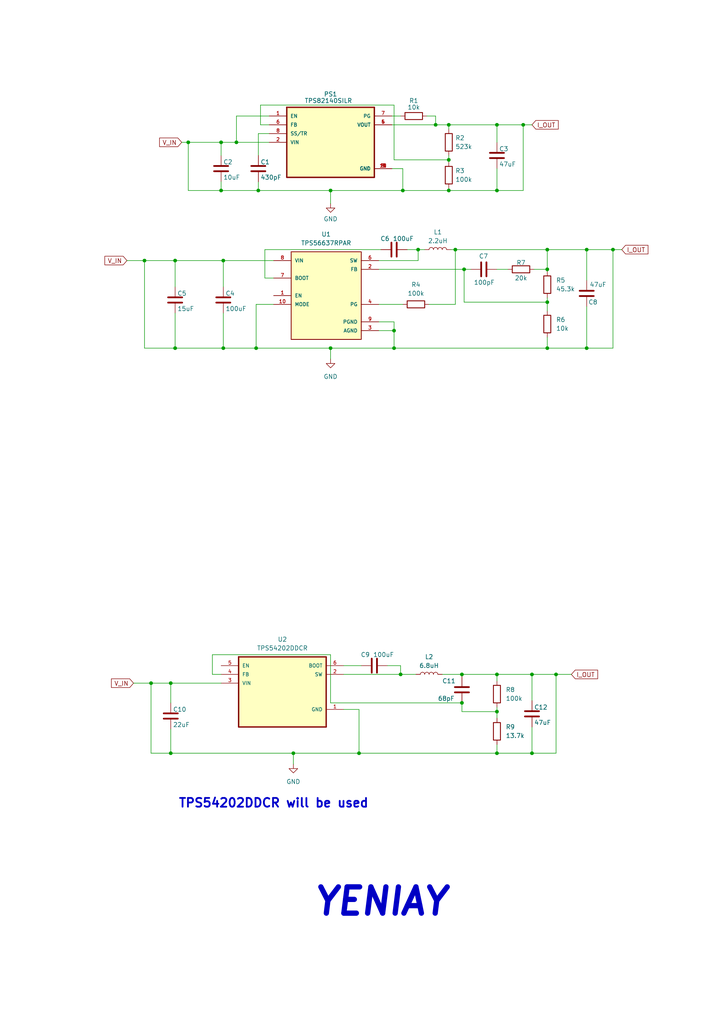
<source format=kicad_sch>
(kicad_sch (version 20231120) (generator "eeschema") (generator_version "8.0")
  (paper "A4" portrait)
  (title_block (title "Voltage Regulator") (date "2024-12-17") (rev "Ozan E."))
  (lib_symbols
    (symbol "Device:C" (pin_numbers hide) (pin_names (offset 0.254))
      (property "Reference" "C" (at 0.635 2.54 0))
      (property "Value" "C" (at 0.635 -2.54 0))
      (symbol "C_0_1"
        (polyline (pts (xy -2.032 -0.762) (xy 2.032 -0.762)) (stroke (width 0.508)))
        (polyline (pts (xy -2.032 0.762) (xy 2.032 0.762)) (stroke (width 0.508)))
      )
      (symbol "C_1_1"
        (pin passive line (at 0 3.81 270) (length 2.794) (name "~") (number "1"))
        (pin passive line (at 0 -3.81 90) (length 2.794) (name "~") (number "2"))
      )
    )
    (symbol "Device:L" (pin_numbers hide) (pin_names (offset 1.016) hide)
      (property "Reference" "L" (at -1.27 0 90))
      (property "Value" "L" (at 1.905 0 90))
      (symbol "L_0_1"
        (arc (start 0 -2.54) (mid 0.6323 -1.905) (end 0 -1.27))
        (arc (start 0 -1.27) (mid 0.6323 -0.635) (end 0 0))
        (arc (start 0 0) (mid 0.6323 0.635) (end 0 1.27))
        (arc (start 0 1.27) (mid 0.6323 1.905) (end 0 2.54))
      )
      (symbol "L_1_1"
        (pin passive line (at 0 3.81 270) (length 1.27) (name "1") (number "1"))
        (pin passive line (at 0 -3.81 90) (length 1.27) (name "2") (number "2"))
      )
    )
    (symbol "Device:R" (pin_numbers hide) (pin_names (offset 0))
      (property "Reference" "R" (at 2.032 0 90))
      (property "Value" "R" (at 0 0 90))
      (symbol "R_0_1"
        (rectangle (start -1.016 -2.54) (end 1.016 2.54) (stroke (width 0.254)))
      )
      (symbol "R_1_1"
        (pin passive line (at 0 3.81 270) (length 1.27) (name "~") (number "1"))
        (pin passive line (at 0 -3.81 90) (length 1.27) (name "~") (number "2"))
      )
    )
    (symbol "TPS54202DDCR:TPS54202DDCR" (pin_names (offset 1.016))
      (property "Reference" "U" (at -12.7 11.16 0))
      (property "Value" "TPS54202DDCR" (at -12.7 -14.16 0))
      (symbol "TPS54202DDCR_0_0"
        (rectangle (start -12.7 -10.16) (end 12.7 10.16) (stroke (width 0.41)) (fill (type background)))
        (pin power_in line (at 17.78 -5.08 180) (length 5.08) (name "GND") (number "1"))
        (pin output line (at 17.78 5.08 180) (length 5.08) (name "SW") (number "2"))
        (pin input line (at -17.78 2.54 0) (length 5.08) (name "VIN") (number "3"))
        (pin input line (at -17.78 5.08 0) (length 5.08) (name "FB") (number "4"))
        (pin input line (at -17.78 7.62 0) (length 5.08) (name "EN") (number "5"))
        (pin output line (at 17.78 7.62 180) (length 5.08) (name "BOOT") (number "6"))
      )
    )
    (symbol "TPS56637RPAR:TPS56637RPAR" (pin_names (offset 1.016))
      (property "Reference" "U" (at -10.16 13.97 0))
      (property "Value" "TPS56637RPAR" (at -10.16 -13.97 0))
      (symbol "TPS56637RPAR_0_0"
        (rectangle (start -10.16 -12.7) (end 10.16 12.7) (stroke (width 0.254)) (fill (type background)))
        (pin input line (at -15.24 0 0) (length 5.08) (name "EN") (number "1"))
        (pin input line (at -15.24 -2.54 0) (length 5.08) (name "MODE") (number "10"))
        (pin input line (at 15.24 7.62 180) (length 5.08) (name "FB") (number "2"))
        (pin power_in line (at 15.24 -10.16 180) (length 5.08) (name "AGND") (number "3"))
        (pin output line (at 15.24 -2.54 180) (length 5.08) (name "PG") (number "4"))
        (pin output line (at 15.24 10.16 180) (length 5.08) (name "SW") (number "6"))
        (pin input line (at -15.24 5.08 0) (length 5.08) (name "BOOT") (number "7"))
        (pin input line (at -15.24 10.16 0) (length 5.08) (name "VIN") (number "8"))
        (pin power_in line (at 15.24 -7.62 180) (length 5.08) (name "PGND") (number "9"))
      )
    )
    (symbol "TPS82140SILR:TPS82140SILR" (pin_names (offset 1.016))
      (property "Reference" "PS" (at -12.7 11.16 0))
      (property "Value" "TPS82140SILR" (at -12.7 -14.16 0))
      (symbol "TPS82140SILR_0_0"
        (rectangle (start -12.7 -10.16) (end 12.7 10.16) (stroke (width 0.41)) (fill (type background)))
        (pin input line (at -17.78 7.62 0) (length 5.08) (name "EN") (number "1"))
        (pin power_in line (at 17.78 -7.62 180) (length 5.08) (name "GND") (number "10"))
        (pin power_in line (at 17.78 -7.62 180) (length 5.08) (name "GND") (number "11"))
        (pin power_in line (at 17.78 -7.62 180) (length 5.08) (name "GND") (number "12"))
        (pin input line (at -17.78 0 0) (length 5.08) (name "VIN") (number "2"))
        (pin power_in line (at 17.78 -7.62 180) (length 5.08) (name "GND") (number "3"))
        (pin output line (at 17.78 5.08 180) (length 5.08) (name "VOUT") (number "4"))
        (pin output line (at 17.78 5.08 180) (length 5.08) (name "VOUT") (number "5"))
        (pin input line (at -17.78 5.08 0) (length 5.08) (name "FB") (number "6"))
        (pin output line (at 17.78 7.62 180) (length 5.08) (name "PG") (number "7"))
        (pin input line (at -17.78 2.54 0) (length 5.08) (name "SS/TR") (number "8"))
        (pin power_in line (at 17.78 -7.62 180) (length 5.08) (name "GND") (number "9"))
      )
    )
    (symbol "power:GND" (power) (pin_numbers hide) (pin_names (offset 0) hide)
      (property "Value" "GND" (at 0 -3.81 0))
      (symbol "GND_0_1"
        (polyline (pts (xy 0 0) (xy 0 -1.27) (xy 1.27 -1.27) (xy 0 -2.54) (xy -1.27 -1.27) (xy 0 -1.27)))
      )
      (symbol "GND_1_1"
        (pin power_in line (at 0 0 270) (length 0) (name "~") (number "1"))
      )
    )
  )
  (junction (at 114.3 95.885))
  (junction (at 158.75 78.105))
  (junction (at 54.61 41.275))
  (junction (at 64.135 55.245))
  (junction (at 116.84 55.245))
  (junction (at 177.8 72.39))
  (junction (at 68.58 41.275))
  (junction (at 133.985 203.835))
  (junction (at 49.53 218.44))
  (junction (at 144.145 195.58))
  (junction (at 144.145 206.375))
  (junction (at 74.93 55.245))
  (junction (at 144.145 218.44))
  (junction (at 144.145 55.245))
  (junction (at 132.08 72.39))
  (junction (at 161.29 195.58))
  (junction (at 158.75 72.39))
  (junction (at 158.75 100.965))
  (junction (at 95.885 55.245))
  (junction (at 50.8 100.965))
  (junction (at 170.18 100.965))
  (junction (at 43.815 198.12))
  (junction (at 104.14 218.44))
  (junction (at 130.175 36.195))
  (junction (at 170.18 72.39))
  (junction (at 95.885 100.965))
  (junction (at 126.365 36.195))
  (junction (at 41.91 75.565))
  (junction (at 64.77 100.965))
  (junction (at 158.75 87.63))
  (junction (at 64.135 41.275))
  (junction (at 49.53 198.12))
  (junction (at 154.305 218.44))
  (junction (at 154.305 195.58))
  (junction (at 64.77 75.565))
  (junction (at 134.62 78.105))
  (junction (at 151.765 36.195))
  (junction (at 50.8 75.565))
  (junction (at 144.145 36.195))
  (junction (at 121.285 72.39))
  (junction (at 114.3 100.965))
  (junction (at 133.985 195.58))
  (junction (at 85.09 218.44))
  (junction (at 130.175 55.245))
  (junction (at 74.295 100.965))
  (junction (at 130.175 46.355))
  (junction (at 116.205 195.58))
  (wire (pts (xy 64.135 195.58) (xy 61.595 195.58)))
  (wire (pts (xy 144.145 195.58) (xy 154.305 195.58)))
  (wire (pts (xy 158.75 72.39) (xy 158.75 78.105)))
  (wire (pts (xy 74.295 88.265) (xy 74.295 100.965)))
  (wire (pts (xy 170.18 88.9) (xy 170.18 100.965)))
  (wire (pts (xy 41.91 75.565) (xy 50.8 75.565)))
  (wire (pts (xy 99.695 205.74) (xy 104.14 205.74)))
  (wire (pts (xy 43.815 218.44) (xy 49.53 218.44)))
  (wire (pts (xy 132.08 88.265) (xy 132.08 72.39)))
  (wire (pts (xy 64.135 198.12) (xy 49.53 198.12)))
  (wire (pts (xy 61.595 195.58) (xy 61.595 189.865)))
  (wire (pts (xy 144.145 195.58) (xy 144.145 197.485)))
  (wire (pts (xy 99.695 193.04) (xy 104.775 193.04)))
  (wire (pts (xy 144.145 205.105) (xy 144.145 206.375)))
  (wire (pts (xy 74.295 100.965) (xy 95.885 100.965)))
  (wire (pts (xy 104.14 218.44) (xy 85.09 218.44)))
  (wire (pts (xy 68.58 41.275) (xy 78.105 41.275)))
  (wire (pts (xy 64.77 75.565) (xy 64.77 83.185)))
  (wire (pts (xy 132.08 72.39) (xy 158.75 72.39)))
  (wire (pts (xy 170.18 100.965) (xy 177.8 100.965)))
  (wire (pts (xy 144.145 36.195) (xy 151.765 36.195)))
  (wire (pts (xy 64.77 90.805) (xy 64.77 100.965)))
  (wire (pts (xy 114.3 30.48) (xy 114.3 46.355)))
  (wire (pts (xy 158.75 97.79) (xy 158.75 100.965)))
  (wire (pts (xy 49.53 198.12) (xy 49.53 203.835)))
  (wire (pts (xy 50.8 90.805) (xy 50.8 100.965)))
  (wire (pts (xy 144.145 55.245) (xy 130.175 55.245)))
  (wire (pts (xy 50.8 75.565) (xy 50.8 83.185)))
  (wire (pts (xy 104.14 205.74) (xy 104.14 218.44)))
  (wire (pts (xy 43.815 198.12) (xy 43.815 218.44)))
  (wire (pts (xy 134.62 87.63) (xy 158.75 87.63)))
  (wire (pts (xy 114.3 93.345) (xy 114.3 95.885)))
  (wire (pts (xy 114.3 100.965) (xy 95.885 100.965)))
  (wire (pts (xy 113.665 36.195) (xy 126.365 36.195)))
  (wire (pts (xy 112.395 193.04) (xy 116.205 193.04)))
  (wire (pts (xy 130.175 36.195) (xy 130.175 37.465)))
  (wire (pts (xy 95.885 55.245) (xy 95.885 59.055)))
  (wire (pts (xy 113.665 48.895) (xy 116.84 48.895)))
  (wire (pts (xy 177.8 72.39) (xy 180.34 72.39)))
  (wire (pts (xy 52.705 41.275) (xy 54.61 41.275)))
  (wire (pts (xy 133.985 203.835) (xy 133.985 206.375)))
  (wire (pts (xy 130.175 36.195) (xy 144.145 36.195)))
  (wire (pts (xy 158.75 87.63) (xy 158.75 90.17)))
  (wire (pts (xy 133.985 195.58) (xy 144.145 195.58)))
  (wire (pts (xy 49.53 211.455) (xy 49.53 218.44)))
  (wire (pts (xy 99.695 195.58) (xy 116.205 195.58)))
  (wire (pts (xy 133.985 196.215) (xy 133.985 195.58)))
  (wire (pts (xy 161.29 218.44) (xy 161.29 195.58)))
  (wire (pts (xy 95.885 100.965) (xy 95.885 104.14)))
  (wire (pts (xy 144.145 215.9) (xy 144.145 218.44)))
  (wire (pts (xy 74.93 55.245) (xy 95.885 55.245)))
  (wire (pts (xy 144.145 36.195) (xy 144.145 41.275)))
  (wire (pts (xy 128.27 195.58) (xy 133.985 195.58)))
  (wire (pts (xy 144.145 206.375) (xy 144.145 208.28)))
  (wire (pts (xy 74.93 52.705) (xy 74.93 55.245)))
  (wire (pts (xy 151.765 36.195) (xy 154.305 36.195)))
  (wire (pts (xy 126.365 36.195) (xy 130.175 36.195)))
  (wire (pts (xy 95.885 55.245) (xy 116.84 55.245)))
  (wire (pts (xy 54.61 41.275) (xy 64.135 41.275)))
  (wire (pts (xy 75.565 30.48) (xy 75.565 36.195)))
  (wire (pts (xy 79.375 88.265) (xy 74.295 88.265)))
  (wire (pts (xy 116.205 193.04) (xy 116.205 195.58)))
  (wire (pts (xy 61.595 189.865) (xy 95.885 189.865)))
  (wire (pts (xy 109.855 95.885) (xy 114.3 95.885)))
  (wire (pts (xy 75.565 30.48) (xy 114.3 30.48)))
  (wire (pts (xy 41.91 100.965) (xy 41.91 75.565)))
  (wire (pts (xy 114.3 100.965) (xy 158.75 100.965)))
  (wire (pts (xy 64.135 41.275) (xy 68.58 41.275)))
  (wire (pts (xy 95.885 203.835) (xy 133.985 203.835)))
  (wire (pts (xy 116.84 48.895) (xy 116.84 55.245)))
  (wire (pts (xy 121.285 72.39) (xy 123.19 72.39)))
  (wire (pts (xy 118.11 72.39) (xy 121.285 72.39)))
  (wire (pts (xy 49.53 218.44) (xy 85.09 218.44)))
  (wire (pts (xy 154.94 78.105) (xy 158.75 78.105)))
  (wire (pts (xy 54.61 55.245) (xy 64.135 55.245)))
  (wire (pts (xy 78.105 38.735) (xy 74.93 38.735)))
  (wire (pts (xy 114.3 46.355) (xy 130.175 46.355)))
  (wire (pts (xy 133.985 206.375) (xy 144.145 206.375)))
  (wire (pts (xy 76.835 72.39) (xy 110.49 72.39)))
  (wire (pts (xy 109.855 78.105) (xy 134.62 78.105)))
  (wire (pts (xy 79.375 75.565) (xy 64.77 75.565)))
  (wire (pts (xy 36.83 75.565) (xy 41.91 75.565)))
  (wire (pts (xy 64.135 55.245) (xy 64.135 52.705)))
  (wire (pts (xy 144.145 48.895) (xy 144.145 55.245)))
  (wire (pts (xy 109.855 88.265) (xy 116.84 88.265)))
  (wire (pts (xy 124.46 88.265) (xy 132.08 88.265)))
  (wire (pts (xy 95.885 189.865) (xy 95.885 203.835)))
  (wire (pts (xy 75.565 36.195) (xy 78.105 36.195)))
  (wire (pts (xy 158.75 72.39) (xy 170.18 72.39)))
  (wire (pts (xy 158.75 86.36) (xy 158.75 87.63)))
  (wire (pts (xy 154.305 218.44) (xy 161.29 218.44)))
  (wire (pts (xy 170.18 72.39) (xy 170.18 81.28)))
  (wire (pts (xy 144.145 218.44) (xy 104.14 218.44)))
  (wire (pts (xy 154.305 218.44) (xy 144.145 218.44)))
  (wire (pts (xy 161.29 195.58) (xy 154.305 195.58)))
  (wire (pts (xy 79.375 80.645) (xy 76.835 80.645)))
  (wire (pts (xy 85.09 218.44) (xy 85.09 221.615)))
  (wire (pts (xy 64.77 100.965) (xy 74.295 100.965)))
  (wire (pts (xy 68.58 33.655) (xy 68.58 41.275)))
  (wire (pts (xy 154.305 195.58) (xy 154.305 203.2)))
  (wire (pts (xy 114.3 95.885) (xy 114.3 100.965)))
  (wire (pts (xy 113.665 33.655) (xy 116.205 33.655)))
  (wire (pts (xy 144.145 78.105) (xy 147.32 78.105)))
  (wire (pts (xy 158.75 78.105) (xy 158.75 78.74)))
  (wire (pts (xy 134.62 78.105) (xy 134.62 87.63)))
  (wire (pts (xy 121.285 75.565) (xy 121.285 72.39)))
  (wire (pts (xy 54.61 41.275) (xy 54.61 55.245)))
  (wire (pts (xy 170.18 100.965) (xy 158.75 100.965)))
  (wire (pts (xy 144.145 55.245) (xy 151.765 55.245)))
  (wire (pts (xy 50.8 100.965) (xy 64.77 100.965)))
  (wire (pts (xy 74.93 38.735) (xy 74.93 45.085)))
  (wire (pts (xy 126.365 33.655) (xy 126.365 36.195)))
  (wire (pts (xy 68.58 33.655) (xy 78.105 33.655)))
  (wire (pts (xy 177.8 100.965) (xy 177.8 72.39)))
  (wire (pts (xy 109.855 93.345) (xy 114.3 93.345)))
  (wire (pts (xy 109.855 75.565) (xy 121.285 75.565)))
  (wire (pts (xy 134.62 78.105) (xy 136.525 78.105)))
  (wire (pts (xy 130.175 46.355) (xy 130.175 45.085)))
  (wire (pts (xy 130.175 55.245) (xy 116.84 55.245)))
  (wire (pts (xy 43.815 198.12) (xy 49.53 198.12)))
  (wire (pts (xy 50.8 75.565) (xy 64.77 75.565)))
  (wire (pts (xy 64.135 55.245) (xy 74.93 55.245)))
  (wire (pts (xy 170.18 72.39) (xy 177.8 72.39)))
  (wire (pts (xy 130.81 72.39) (xy 132.08 72.39)))
  (wire (pts (xy 130.175 46.355) (xy 130.175 46.99)))
  (wire (pts (xy 151.765 55.245) (xy 151.765 36.195)))
  (wire (pts (xy 123.825 33.655) (xy 126.365 33.655)))
  (wire (pts (xy 154.305 210.82) (xy 154.305 218.44)))
  (wire (pts (xy 161.29 195.58) (xy 165.735 195.58)))
  (wire (pts (xy 64.135 41.275) (xy 64.135 45.085)))
  (wire (pts (xy 50.8 100.965) (xy 41.91 100.965)))
  (wire (pts (xy 76.835 80.645) (xy 76.835 72.39)))
  (wire (pts (xy 116.205 195.58) (xy 120.65 195.58)))
  (wire (pts (xy 38.735 198.12) (xy 43.815 198.12)))
  (wire (pts (xy 130.175 54.61) (xy 130.175 55.245)))
  (text "YENIAY" (at 110.49 261.62 0) (effects (font (size 7.62 7.62) (thickness 1.524) (bold yes) (italic yes))))
  (text "TPS54202DDCR will be used\n" (at 79.375 233.045 0) (effects (font (size 2.54 2.54) (thickness 0.508) (bold yes))))
  (global_label "V_IN" (shape input) (at 38.735 198.12 180) (property "Intersheetrefs" "${INTERSHEET_REFS}" (effects (hide yes))))
  (global_label "I_OUT" (shape input) (at 165.735 195.58 0) (property "Intersheetrefs" "${INTERSHEET_REFS}" (effects (hide yes))))
  (global_label "I_OUT" (shape input) (at 180.34 72.39 0) (property "Intersheetrefs" "${INTERSHEET_REFS}" (effects (hide yes))))
  (global_label "V_IN" (shape input) (at 36.83 75.565 180) (property "Intersheetrefs" "${INTERSHEET_REFS}" (effects (hide yes))))
  (global_label "V_IN" (shape input) (at 52.705 41.275 180) (property "Intersheetrefs" "${INTERSHEET_REFS}" (effects (hide yes))))
  (global_label "I_OUT" (shape input) (at 154.305 36.195 0) (property "Intersheetrefs" "${INTERSHEET_REFS}" (effects (hide yes))))
  (symbol (lib_id "Device:R") (at 120.015 33.655 90) (unit 1)
    (property "Reference" "R1" (at 120.015 29.21 90))
    (property "Value" "10k" (at 120.015 31.115 90))
    (property "Description" "Resistor" (effects (hide yes)))
  )
  (symbol (lib_id "Device:R") (at 158.75 82.55 180) (unit 1)
    (property "Reference" "R5" (at 161.29 81.2799 0) (effects (justify right)))
    (property "Value" "45.3k" (at 161.29 83.8199 0) (effects (justify right)))
    (property "Description" "Resistor" (effects (hide yes)))
  )
  (symbol (lib_id "Device:C") (at 49.53 207.645 0) (unit 1)
    (property "Reference" "C10" (at 50.165 205.74 0) (effects (justify left)))
    (property "Value" "22uF" (at 50.165 210.185 0) (effects (justify left)))
    (property "Description" "Unpolarized capacitor" (effects (hide yes)))
  )
  (symbol (lib_id "TPS82140SILR:TPS82140SILR") (at 95.885 41.275 0) (unit 1)
    (property "Reference" "PS1" (at 95.885 27.305 0))
    (property "Value" "TPS82140SILR" (at 95.25 29.21 0))
    (property "Footprint" "TPS82140SILR:CONV_TPS82140SILR" (effects (hide yes)))
    (property "MF" "Texas Instruments" (effects (hide yes)))
    (property "Description_1" "\n                        \n                            17V Input 2A Synchronous Step-Down Converter MicroSiP™ Module With Integrated Inductor\n                        \n" (effects (hide yes)))
    (property "Package" "USIP-8 Texas Instruments" (effects (hide yes)))
    (property "Price" "None" (effects (hide yes)))
    (property "SnapEDA_Link" "https://www.snapeda.com/parts/TPS82140SILR/Texas+Instruments/view-part/?ref=snap" (effects (hide yes)))
    (property "MP" "TPS82140SILR" (effects (hide yes)))
    (property "Availability" "In Stock" (effects (hide yes)))
    (property "Check_prices" "https://www.snapeda.com/parts/TPS82140SILR/Texas+Instruments/view-part/?ref=eda" (effects (hide yes)))
  )
  (symbol (lib_id "Device:C") (at 108.585 193.04 90) (unit 1)
    (property "Reference" "C9" (at 107.315 189.865 90) (effects (justify left)))
    (property "Value" "100uF" (at 114.3 189.865 90) (effects (justify left)))
    (property "Description" "Unpolarized capacitor" (effects (hide yes)))
  )
  (symbol (lib_id "Device:C") (at 64.135 48.895 0) (unit 1)
    (property "Reference" "C2" (at 64.77 46.99 0) (effects (justify left)))
    (property "Value" "10uF" (at 64.77 51.435 0) (effects (justify left)))
    (property "Description" "Unpolarized capacitor" (effects (hide yes)))
  )
  (symbol (lib_id "Device:R") (at 144.145 201.295 180) (unit 1)
    (property "Reference" "R8" (at 146.685 200.0249 0) (effects (justify right)))
    (property "Value" "100k" (at 146.685 202.5649 0) (effects (justify right)))
    (property "Description" "Resistor" (effects (hide yes)))
  )
  (symbol (lib_id "Device:C") (at 74.93 48.895 0) (unit 1)
    (property "Reference" "C1" (at 75.565 46.99 0) (effects (justify left)))
    (property "Value" "430pF" (at 75.565 51.435 0) (effects (justify left)))
    (property "Description" "Unpolarized capacitor" (effects (hide yes)))
  )
  (symbol (lib_id "Device:R") (at 130.175 50.8 180) (unit 1)
    (property "Reference" "R3" (at 132.08 49.5299 0) (effects (justify right)))
    (property "Value" "100k" (at 132.08 52.0699 0) (effects (justify right)))
    (property "Description" "Resistor" (effects (hide yes)))
  )
  (symbol (lib_id "Device:R") (at 144.145 212.09 180) (unit 1)
    (property "Reference" "R9" (at 146.685 210.8199 0) (effects (justify right)))
    (property "Value" "13.7k" (at 146.685 213.3599 0) (effects (justify right)))
    (property "Description" "Resistor" (effects (hide yes)))
  )
  (symbol (lib_id "Device:R") (at 158.75 93.98 180) (unit 1)
    (property "Reference" "R6" (at 161.29 92.7099 0) (effects (justify right)))
    (property "Value" "10k" (at 161.29 95.2499 0) (effects (justify right)))
    (property "Description" "Resistor" (effects (hide yes)))
  )
  (symbol (lib_id "Device:C") (at 50.8 86.995 0) (unit 1)
    (property "Reference" "C5" (at 51.435 85.09 0) (effects (justify left)))
    (property "Value" "15uF" (at 51.435 89.535 0) (effects (justify left)))
    (property "Description" "Unpolarized capacitor" (effects (hide yes)))
  )
  (symbol (lib_id "Device:R") (at 151.13 78.105 90) (unit 1)
    (property "Reference" "R7" (at 151.13 76.2 90))
    (property "Value" "20k" (at 151.13 80.645 90))
    (property "Description" "Resistor" (effects (hide yes)))
  )
  (symbol (lib_id "power:GND") (at 85.09 221.615 0) (unit 1)
    (property "Reference" "#PWR03" (effects (hide yes)))
    (property "Value" "GND" (at 85.09 226.695 0))
    (property "Description" "Power symbol creates a global label with name \"GND\" , ground" (effects (hide yes)))
  )
  (symbol (lib_id "power:GND") (at 95.885 104.14 0) (unit 1)
    (property "Reference" "#PWR02" (effects (hide yes)))
    (property "Value" "GND" (at 95.885 109.22 0))
    (property "Description" "Power symbol creates a global label with name \"GND\" , ground" (effects (hide yes)))
  )
  (symbol (lib_id "Device:C") (at 140.335 78.105 90) (unit 1)
    (property "Reference" "C7" (at 141.605 74.295 90) (effects (justify left)))
    (property "Value" "100pF" (at 143.51 81.915 90) (effects (justify left)))
    (property "Description" "Unpolarized capacitor" (effects (hide yes)))
  )
  (symbol (lib_id "Device:R") (at 130.175 41.275 180) (unit 1)
    (property "Reference" "R2" (at 132.08 40.0049 0) (effects (justify right)))
    (property "Value" "523k" (at 132.08 42.5449 0) (effects (justify right)))
    (property "Description" "Resistor" (effects (hide yes)))
  )
  (symbol (lib_id "Device:C") (at 114.3 72.39 90) (unit 1)
    (property "Reference" "C6" (at 113.03 69.215 90) (effects (justify left)))
    (property "Value" "100uF" (at 120.015 69.215 90) (effects (justify left)))
    (property "Description" "Unpolarized capacitor" (effects (hide yes)))
  )
  (symbol (lib_id "Device:C") (at 144.145 45.085 0) (unit 1)
    (property "Reference" "C3" (at 144.78 43.18 0) (effects (justify left)))
    (property "Value" "47uF" (at 144.78 47.625 0) (effects (justify left)))
    (property "Description" "Unpolarized capacitor" (effects (hide yes)))
  )
  (symbol (lib_id "Device:C") (at 133.985 200.025 0) (unit 1)
    (property "Reference" "C11" (at 128.27 197.485 0) (effects (justify left)))
    (property "Value" "68pF" (at 127 202.565 0) (effects (justify left)))
    (property "Description" "Unpolarized capacitor" (effects (hide yes)))
  )
  (symbol (lib_id "Device:L") (at 127 72.39 90) (unit 1)
    (property "Reference" "L1" (at 127 67.31 90))
    (property "Value" "2.2uH" (at 127 69.85 90))
    (property "Description" "Inductor" (effects (hide yes)))
  )
  (symbol (lib_id "Device:R") (at 120.65 88.265 90) (unit 1)
    (property "Reference" "R4" (at 120.65 82.55 90))
    (property "Value" "100k" (at 120.65 85.09 90))
    (property "Description" "Resistor" (effects (hide yes)))
  )
  (symbol (lib_id "Device:C") (at 64.77 86.995 0) (unit 1)
    (property "Reference" "C4" (at 65.405 85.09 0) (effects (justify left)))
    (property "Value" "100uF" (at 65.405 89.535 0) (effects (justify left)))
    (property "Description" "Unpolarized capacitor" (effects (hide yes)))
  )
  (symbol (lib_id "TPS56637RPAR:TPS56637RPAR") (at 94.615 85.725 0) (unit 1)
    (property "Reference" "U1" (at 94.615 67.945 0))
    (property "Value" "TPS56637RPAR" (at 94.615 70.485 0))
    (property "Footprint" "TPS56637RPAR:CONV_TPS56637RPAR" (effects (hide yes)))
    (property "MF" "Texas Instruments" (effects (hide yes)))
    (property "MAXIMUM_PACKAGE_HEIGHT" "1.0mm" (effects (hide yes)))
    (property "Package" "VQFN-HR-10 Texas Instruments" (effects (hide yes)))
    (property "Price" "None" (effects (hide yes)))
    (property "Check_prices" "https://www.snapeda.com/parts/TPS56637RPAR/Texas+Instruments/view-part/?ref=eda" (effects (hide yes)))
    (property "STANDARD" "Manufacturer recommendations" (effects (hide yes)))
    (property "PARTREV" "A" (effects (hide yes)))
    (property "SnapEDA_Link" "https://www.snapeda.com/parts/TPS56637RPAR/Texas+Instruments/view-part/?ref=snap" (effects (hide yes)))
    (property "MP" "TPS56637RPAR" (effects (hide yes)))
    (property "Description_1" "\n                        \n                            4.5-V to 28-V, 6-A synchronous buck converter with ULQ-Mode\n                        \n" (effects (hide yes)))
    (property "Availability" "In Stock" (effects (hide yes)))
    (property "MANUFACTURER" "Texas Instruments" (effects (hide yes)))
  )
  (symbol (lib_id "Device:L") (at 124.46 195.58 90) (unit 1)
    (property "Reference" "L2" (at 124.46 190.5 90))
    (property "Value" "6.8uH" (at 124.46 193.04 90))
    (property "Description" "Inductor" (effects (hide yes)))
  )
  (symbol (lib_id "Device:C") (at 154.305 207.01 0) (unit 1)
    (property "Reference" "C12" (at 154.94 205.105 0) (effects (justify left)))
    (property "Value" "47uF" (at 154.94 209.55 0) (effects (justify left)))
    (property "Description" "Unpolarized capacitor" (effects (hide yes)))
  )
  (symbol (lib_id "TPS54202DDCR:TPS54202DDCR") (at 81.915 200.66 0) (unit 1)
    (property "Reference" "U2" (at 81.915 185.42 0))
    (property "Value" "TPS54202DDCR" (at 81.915 187.96 0))
    (property "Footprint" "TPS54202DDCR:SOT95P280X110-6N" (effects (hide yes)))
    (property "MF" "Texas Instruments" (effects (hide yes)))
    (property "Description_1" "\n                        \n                            4.5V to 28V Input, 2A Output, EMI Friendly Synchronous Step-Down Converter\n                        \n" (effects (hide yes)))
    (property "Package" "SOT-23-THN-6 Texas Instruments" (effects (hide yes)))
    (property "Price" "None" (effects (hide yes)))
    (property "SnapEDA_Link" "https://www.snapeda.com/parts/TPS54202DDCR/Texas+Instruments/view-part/?ref=snap" (effects (hide yes)))
    (property "MP" "TPS54202DDCR" (effects (hide yes)))
    (property "Availability" "In Stock" (effects (hide yes)))
    (property "Check_prices" "https://www.snapeda.com/parts/TPS54202DDCR/Texas+Instruments/view-part/?ref=eda" (effects (hide yes)))
  )
  (symbol (lib_id "power:GND") (at 95.885 59.055 0) (unit 1)
    (property "Reference" "#PWR01" (effects (hide yes)))
    (property "Value" "GND" (at 95.885 63.5 0))
    (property "Description" "Power symbol creates a global label with name \"GND\" , ground" (effects (hide yes)))
  )
  (symbol (lib_id "Device:C") (at 170.18 85.09 180) (unit 1)
    (property "Reference" "C8" (at 173.355 87.63 0) (effects (justify left)))
    (property "Value" "47uF" (at 175.895 82.55 0) (effects (justify left)))
    (property "Description" "Unpolarized capacitor" (effects (hide yes)))
  )
)
</source>
